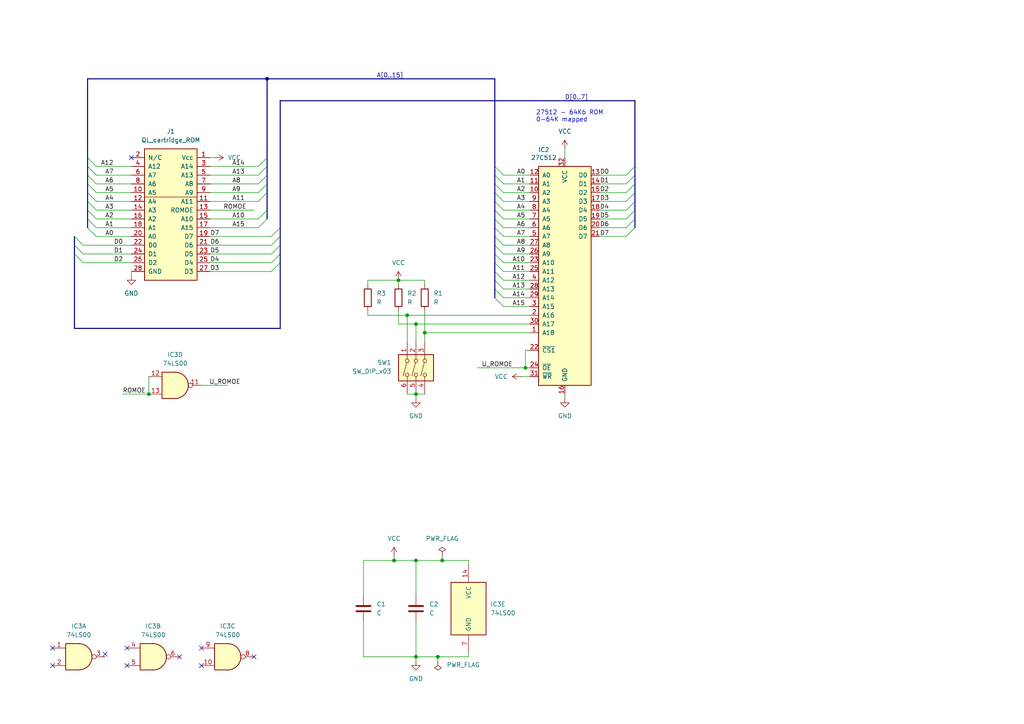
<source format=kicad_sch>
(kicad_sch (version 20231120) (generator "eeschema") (generator_version "8.0")
  (paper "A4")
  (title_block (title "8 Banks of 64kB ROM Cartridge for Sinclair QL") (date "2024-12-12") (rev "0") (company "(c) 2024 Alvaro Alea Fdz.") (comment 1 "IC2 should be 39SF040") (comment 2 "https://ohwr.org/cern_ohl_s_v2.txt") (comment 3 "CERN Open Hardware Licence Version 2 - Strongly Reciprocal") (comment 4 "Under License"))
  (lib_symbols
    (symbol "74xx:74LS00" (pin_names (offset 1.016))
      (property "Reference" "U" (at 0 1.27 0))
      (property "Value" "74LS00" (at 0 -1.27 0))
      (symbol "74LS00_1_1"
        (arc (start 0 -3.81) (mid 3.7934 0) (end 0 3.81) (stroke (width 0.254)) (fill (type background)))
        (polyline (pts (xy 0 3.81) (xy -3.81 3.81) (xy -3.81 -3.81) (xy 0 -3.81)) (stroke (width 0.254)) (fill (type background)))
        (pin input line (at -7.62 2.54 0) (length 3.81) (name "~") (number "1"))
        (pin input line (at -7.62 -2.54 0) (length 3.81) (name "~") (number "2"))
        (pin output inverted (at 7.62 0 180) (length 3.81) (name "~") (number "3"))
      )
      (symbol "74LS00_1_2"
        (arc (start -3.81 -3.81) (mid -2.589 0) (end -3.81 3.81) (stroke (width 0.254)))
        (arc (start -0.6096 -3.81) (mid 2.1855 -2.584) (end 3.81 0) (stroke (width 0.254)) (fill (type background)))
        (polyline (pts (xy -3.81 -3.81) (xy -0.635 -3.81)) (stroke (width 0.254)) (fill (type background)))
        (polyline (pts (xy -3.81 3.81) (xy -0.635 3.81)) (stroke (width 0.254)) (fill (type background)))
        (polyline (pts (xy -0.635 3.81) (xy -3.81 3.81) (xy -3.81 3.81) (xy -3.556 3.4036) (xy -3.0226 2.2606) (xy -2.6924 1.0414) (xy -2.6162 -0.254) (xy -2.7686 -1.4986) (xy -3.175 -2.7178) (xy -3.81 -3.81) (xy -3.81 -3.81) (xy -0.635 -3.81)) (stroke (width -25.4)) (fill (type background)))
        (arc (start 3.81 0) (mid 2.1928 2.5925) (end -0.6096 3.81) (stroke (width 0.254)) (fill (type background)))
        (pin input inverted (at -7.62 2.54 0) (length 4.318) (name "~") (number "1"))
        (pin input inverted (at -7.62 -2.54 0) (length 4.318) (name "~") (number "2"))
        (pin output line (at 7.62 0 180) (length 3.81) (name "~") (number "3"))
      )
      (symbol "74LS00_2_1"
        (arc (start 0 -3.81) (mid 3.7934 0) (end 0 3.81) (stroke (width 0.254)) (fill (type background)))
        (polyline (pts (xy 0 3.81) (xy -3.81 3.81) (xy -3.81 -3.81) (xy 0 -3.81)) (stroke (width 0.254)) (fill (type background)))
        (pin input line (at -7.62 2.54 0) (length 3.81) (name "~") (number "4"))
        (pin input line (at -7.62 -2.54 0) (length 3.81) (name "~") (number "5"))
        (pin output inverted (at 7.62 0 180) (length 3.81) (name "~") (number "6"))
      )
      (symbol "74LS00_2_2"
        (arc (start -3.81 -3.81) (mid -2.589 0) (end -3.81 3.81) (stroke (width 0.254)))
        (arc (start -0.6096 -3.81) (mid 2.1855 -2.584) (end 3.81 0) (stroke (width 0.254)) (fill (type background)))
        (polyline (pts (xy -3.81 -3.81) (xy -0.635 -3.81)) (stroke (width 0.254)) (fill (type background)))
        (polyline (pts (xy -3.81 3.81) (xy -0.635 3.81)) (stroke (width 0.254)) (fill (type background)))
        (polyline (pts (xy -0.635 3.81) (xy -3.81 3.81) (xy -3.81 3.81) (xy -3.556 3.4036) (xy -3.0226 2.2606) (xy -2.6924 1.0414) (xy -2.6162 -0.254) (xy -2.7686 -1.4986) (xy -3.175 -2.7178) (xy -3.81 -3.81) (xy -3.81 -3.81) (xy -0.635 -3.81)) (stroke (width -25.4)) (fill (type background)))
        (arc (start 3.81 0) (mid 2.1928 2.5925) (end -0.6096 3.81) (stroke (width 0.254)) (fill (type background)))
        (pin input inverted (at -7.62 2.54 0) (length 4.318) (name "~") (number "4"))
        (pin input inverted (at -7.62 -2.54 0) (length 4.318) (name "~") (number "5"))
        (pin output line (at 7.62 0 180) (length 3.81) (name "~") (number "6"))
      )
      (symbol "74LS00_3_1"
        (arc (start 0 -3.81) (mid 3.7934 0) (end 0 3.81) (stroke (width 0.254)) (fill (type background)))
        (polyline (pts (xy 0 3.81) (xy -3.81 3.81) (xy -3.81 -3.81) (xy 0 -3.81)) (stroke (width 0.254)) (fill (type background)))
        (pin input line (at -7.62 -2.54 0) (length 3.81) (name "~") (number "10"))
        (pin output inverted (at 7.62 0 180) (length 3.81) (name "~") (number "8"))
        (pin input line (at -7.62 2.54 0) (length 3.81) (name "~") (number "9"))
      )
      (symbol "74LS00_3_2"
        (arc (start -3.81 -3.81) (mid -2.589 0) (end -3.81 3.81) (stroke (width 0.254)))
        (arc (start -0.6096 -3.81) (mid 2.1855 -2.584) (end 3.81 0) (stroke (width 0.254)) (fill (type background)))
        (polyline (pts (xy -3.81 -3.81) (xy -0.635 -3.81)) (stroke (width 0.254)) (fill (type background)))
        (polyline (pts (xy -3.81 3.81) (xy -0.635 3.81)) (stroke (width 0.254)) (fill (type background)))
        (polyline (pts (xy -0.635 3.81) (xy -3.81 3.81) (xy -3.81 3.81) (xy -3.556 3.4036) (xy -3.0226 2.2606) (xy -2.6924 1.0414) (xy -2.6162 -0.254) (xy -2.7686 -1.4986) (xy -3.175 -2.7178) (xy -3.81 -3.81) (xy -3.81 -3.81) (xy -0.635 -3.81)) (stroke (width -25.4)) (fill (type background)))
        (arc (start 3.81 0) (mid 2.1928 2.5925) (end -0.6096 3.81) (stroke (width 0.254)) (fill (type background)))
        (pin input inverted (at -7.62 -2.54 0) (length 4.318) (name "~") (number "10"))
        (pin output line (at 7.62 0 180) (length 3.81) (name "~") (number "8"))
        (pin input inverted (at -7.62 2.54 0) (length 4.318) (name "~") (number "9"))
      )
      (symbol "74LS00_4_1"
        (arc (start 0 -3.81) (mid 3.7934 0) (end 0 3.81) (stroke (width 0.254)) (fill (type background)))
        (polyline (pts (xy 0 3.81) (xy -3.81 3.81) (xy -3.81 -3.81) (xy 0 -3.81)) (stroke (width 0.254)) (fill (type background)))
        (pin output inverted (at 7.62 0 180) (length 3.81) (name "~") (number "11"))
        (pin input line (at -7.62 2.54 0) (length 3.81) (name "~") (number "12"))
        (pin input line (at -7.62 -2.54 0) (length 3.81) (name "~") (number "13"))
      )
      (symbol "74LS00_4_2"
        (arc (start -3.81 -3.81) (mid -2.589 0) (end -3.81 3.81) (stroke (width 0.254)))
        (arc (start -0.6096 -3.81) (mid 2.1855 -2.584) (end 3.81 0) (stroke (width 0.254)) (fill (type background)))
        (polyline (pts (xy -3.81 -3.81) (xy -0.635 -3.81)) (stroke (width 0.254)) (fill (type background)))
        (polyline (pts (xy -3.81 3.81) (xy -0.635 3.81)) (stroke (width 0.254)) (fill (type background)))
        (polyline (pts (xy -0.635 3.81) (xy -3.81 3.81) (xy -3.81 3.81) (xy -3.556 3.4036) (xy -3.0226 2.2606) (xy -2.6924 1.0414) (xy -2.6162 -0.254) (xy -2.7686 -1.4986) (xy -3.175 -2.7178) (xy -3.81 -3.81) (xy -3.81 -3.81) (xy -0.635 -3.81)) (stroke (width -25.4)) (fill (type background)))
        (arc (start 3.81 0) (mid 2.1928 2.5925) (end -0.6096 3.81) (stroke (width 0.254)) (fill (type background)))
        (pin output line (at 7.62 0 180) (length 3.81) (name "~") (number "11"))
        (pin input inverted (at -7.62 2.54 0) (length 4.318) (name "~") (number "12"))
        (pin input inverted (at -7.62 -2.54 0) (length 4.318) (name "~") (number "13"))
      )
      (symbol "74LS00_5_0"
        (pin power_in line (at 0 12.7 270) (length 5.08) (name "VCC") (number "14"))
        (pin power_in line (at 0 -12.7 90) (length 5.08) (name "GND") (number "7"))
      )
      (symbol "74LS00_5_1"
        (rectangle (start -5.08 7.62) (end 5.08 -7.62) (stroke (width 0.254)) (fill (type background)))
      )
    )
    (symbol "8bits:39SF040" (pin_names (offset 1.016))
      (property "Reference" "U" (at 6.35 33.02 0))
      (property "Value" "39SF040" (at 5.08 -33.02 0))
      (symbol "39SF040_1_1"
        (rectangle (start -7.62 31.75) (end 7.62 -31.75) (stroke (width 0.254)) (fill (type background)))
        (pin input line (at -10.16 -16.51 0) (length 2.54) (name "A18") (number "1"))
        (pin input line (at -10.16 24.13 0) (length 2.54) (name "A2") (number "10"))
        (pin input line (at -10.16 26.67 0) (length 2.54) (name "A1") (number "11"))
        (pin input line (at -10.16 29.21 0) (length 2.54) (name "A0") (number "12"))
        (pin tri_state line (at 10.16 29.21 180) (length 2.54) (name "D0") (number "13"))
        (pin tri_state line (at 10.16 26.67 180) (length 2.54) (name "D1") (number "14"))
        (pin tri_state line (at 10.16 24.13 180) (length 2.54) (name "D2") (number "15"))
        (pin power_in line (at 0 -34.29 90) (length 2.54) (name "GND") (number "16"))
        (pin tri_state line (at 10.16 21.59 180) (length 2.54) (name "D3") (number "17"))
        (pin tri_state line (at 10.16 19.05 180) (length 2.54) (name "D4") (number "18"))
        (pin tri_state line (at 10.16 16.51 180) (length 2.54) (name "D5") (number "19"))
        (pin input line (at -10.16 -11.43 0) (length 2.54) (name "A16") (number "2"))
        (pin tri_state line (at 10.16 13.97 180) (length 2.54) (name "D6") (number "20"))
        (pin tri_state line (at 10.16 11.43 180) (length 2.54) (name "D7") (number "21"))
        (pin input line (at -10.16 -21.59 0) (length 2.54) (name "~{CS1}") (number "22"))
        (pin input line (at -10.16 3.81 0) (length 2.54) (name "A10") (number "23"))
        (pin input line (at -10.16 -26.67 0) (length 2.54) (name "~{OE}") (number "24"))
        (pin input line (at -10.16 1.27 0) (length 2.54) (name "A11") (number "25"))
        (pin input line (at -10.16 6.35 0) (length 2.54) (name "A9") (number "26"))
        (pin input line (at -10.16 8.89 0) (length 2.54) (name "A8") (number "27"))
        (pin input line (at -10.16 -3.81 0) (length 2.54) (name "A13") (number "28"))
        (pin input line (at -10.16 -6.35 0) (length 2.54) (name "A14") (number "29"))
        (pin input line (at -10.16 -8.89 0) (length 2.54) (name "A15") (number "3"))
        (pin input line (at -10.16 -13.97 0) (length 2.54) (name "A17") (number "30"))
        (pin input line (at -10.16 -29.21 0) (length 2.54) (name "~{WR}") (number "31"))
        (pin power_in line (at 0 34.29 270) (length 2.54) (name "VCC") (number "32"))
        (pin input line (at -10.16 -1.27 0) (length 2.54) (name "A12") (number "4"))
        (pin input line (at -10.16 11.43 0) (length 2.54) (name "A7") (number "5"))
        (pin input line (at -10.16 13.97 0) (length 2.54) (name "A6") (number "6"))
        (pin input line (at -10.16 16.51 0) (length 2.54) (name "A5") (number "7"))
        (pin input line (at -10.16 19.05 0) (length 2.54) (name "A4") (number "8"))
        (pin input line (at -10.16 21.59 0) (length 2.54) (name "A3") (number "9"))
      )
    )
    (symbol "8bits:QL_cartridge_ROM" (pin_names (offset 1.016))
      (property "Reference" "J1" (at 1.27 27.94 0))
      (property "Value" "QL_cartridge_ROM" (at 1.27 25.4 0))
      (symbol "QL_cartridge_ROM_0_1"
        (polyline (pts (xy -6.35 8.89) (xy 8.89 8.89)))
      )
      (symbol "QL_cartridge_ROM_1_1"
        (rectangle (start -6.35 22.86) (end 8.89 -15.24) (stroke (width 0.254)) (fill (type background)))
        (pin passive line (at 12.7 20.32 180) (length 3.81) (name "Vcc") (number "1"))
        (pin passive line (at -10.16 10.16 0) (length 3.81) (name "A5") (number "10"))
        (pin passive line (at 12.7 7.62 180) (length 3.81) (name "A11") (number "11"))
        (pin passive line (at -10.16 7.62 0) (length 3.81) (name "A4") (number "12"))
        (pin passive line (at 12.7 5.08 180) (length 3.81) (name "ROMOE") (number "13"))
        (pin passive line (at -10.16 5.08 0) (length 3.81) (name "A3") (number "14"))
        (pin passive line (at 12.7 2.54 180) (length 3.81) (name "A10") (number "15"))
        (pin passive line (at -10.16 2.54 0) (length 3.81) (name "A2") (number "16"))
        (pin passive line (at 12.7 0 180) (length 3.81) (name "A15") (number "17"))
        (pin passive line (at -10.16 0 0) (length 3.81) (name "A1") (number "18"))
        (pin passive line (at 12.7 -2.54 180) (length 3.81) (name "D7") (number "19"))
        (pin passive line (at -10.16 20.32 0) (length 3.81) (name "N/C") (number "2"))
        (pin passive line (at -10.16 -2.54 0) (length 3.81) (name "A0") (number "20"))
        (pin passive line (at 12.7 -5.08 180) (length 3.81) (name "D6") (number "21"))
        (pin passive line (at -10.16 -5.08 0) (length 3.81) (name "D0") (number "22"))
        (pin passive line (at 12.7 -7.62 180) (length 3.81) (name "D5") (number "23"))
        (pin passive line (at -10.16 -7.62 0) (length 3.81) (name "D1") (number "24"))
        (pin passive line (at 12.7 -10.16 180) (length 3.81) (name "D4") (number "25"))
        (pin passive line (at -10.16 -10.16 0) (length 3.81) (name "D2") (number "26"))
        (pin passive line (at 12.7 -12.7 180) (length 3.81) (name "D3") (number "27"))
        (pin passive line (at -10.16 -12.7 0) (length 3.81) (name "GND") (number "28"))
        (pin passive line (at 12.7 17.78 180) (length 3.81) (name "A14") (number "3"))
        (pin passive line (at -10.16 17.78 0) (length 3.81) (name "A12") (number "4"))
        (pin passive line (at 12.7 15.24 180) (length 3.81) (name "A13") (number "5"))
        (pin passive line (at -10.16 15.24 0) (length 3.81) (name "A7") (number "6"))
        (pin passive line (at 12.7 12.7 180) (length 3.81) (name "A8") (number "7"))
        (pin passive line (at -10.16 12.7 0) (length 3.81) (name "A6") (number "8"))
        (pin passive line (at 12.7 10.16 180) (length 3.81) (name "A9") (number "9"))
      )
    )
    (symbol "Device:C" (pin_numbers hide) (pin_names (offset 0.254))
      (property "Reference" "C" (at 0.635 2.54 0))
      (property "Value" "C" (at 0.635 -2.54 0))
      (symbol "C_0_1"
        (polyline (pts (xy -2.032 -0.762) (xy 2.032 -0.762)) (stroke (width 0.508)))
        (polyline (pts (xy -2.032 0.762) (xy 2.032 0.762)) (stroke (width 0.508)))
      )
      (symbol "C_1_1"
        (pin passive line (at 0 3.81 270) (length 2.794) (name "~") (number "1"))
        (pin passive line (at 0 -3.81 90) (length 2.794) (name "~") (number "2"))
      )
    )
    (symbol "Device:R" (pin_numbers hide) (pin_names (offset 0))
      (property "Reference" "R" (at 2.032 0 90))
      (property "Value" "R" (at 0 0 90))
      (symbol "R_0_1"
        (rectangle (start -1.016 -2.54) (end 1.016 2.54) (stroke (width 0.254)))
      )
      (symbol "R_1_1"
        (pin passive line (at 0 3.81 270) (length 1.27) (name "~") (number "1"))
        (pin passive line (at 0 -3.81 90) (length 1.27) (name "~") (number "2"))
      )
    )
    (symbol "Switch:SW_DIP_x03" (pin_names (offset 0) hide)
      (property "Reference" "SW" (at 0 6.35 0))
      (property "Value" "SW_DIP_x03" (at 0 -6.35 0))
      (symbol "SW_DIP_x03_0_0"
        (circle (center -2.032 -2.54) (radius 0.508))
        (circle (center -2.032 0) (radius 0.508))
        (circle (center -2.032 2.54) (radius 0.508))
        (polyline (pts (xy -1.524 -2.413) (xy 2.3622 -1.3716)))
        (polyline (pts (xy -1.524 0.127) (xy 2.3622 1.1684)))
        (polyline (pts (xy -1.524 2.667) (xy 2.3622 3.7084)))
        (circle (center 2.032 -2.54) (radius 0.508))
        (circle (center 2.032 0) (radius 0.508))
        (circle (center 2.032 2.54) (radius 0.508))
      )
      (symbol "SW_DIP_x03_0_1"
        (rectangle (start -3.81 5.08) (end 3.81 -5.08) (stroke (width 0.254)) (fill (type background)))
      )
      (symbol "SW_DIP_x03_1_1"
        (pin passive line (at -7.62 2.54 0) (length 5.08) (name "~") (number "1"))
        (pin passive line (at -7.62 0 0) (length 5.08) (name "~") (number "2"))
        (pin passive line (at -7.62 -2.54 0) (length 5.08) (name "~") (number "3"))
        (pin passive line (at 7.62 -2.54 180) (length 5.08) (name "~") (number "4"))
        (pin passive line (at 7.62 0 180) (length 5.08) (name "~") (number "5"))
        (pin passive line (at 7.62 2.54 180) (length 5.08) (name "~") (number "6"))
      )
    )
    (symbol "power:GND" (power) (pin_names (offset 0))
      (property "Value" "GND" (at 0 -3.81 0))
      (symbol "GND_0_1"
        (polyline (pts (xy 0 0) (xy 0 -1.27) (xy 1.27 -1.27) (xy 0 -2.54) (xy -1.27 -1.27) (xy 0 -1.27)))
      )
      (symbol "GND_1_1"
        (pin power_in line (at 0 0 270) (length 0) hide (name "GND") (number "1"))
      )
    )
    (symbol "power:PWR_FLAG" (power) (pin_numbers hide) (pin_names (offset 0) hide)
      (property "Value" "PWR_FLAG" (at 0 3.81 0))
      (symbol "PWR_FLAG_0_0"
        (pin power_out line (at 0 0 90) (length 0) (name "pwr") (number "1"))
      )
      (symbol "PWR_FLAG_0_1"
        (polyline (pts (xy 0 0) (xy 0 1.27) (xy -1.016 1.905) (xy 0 2.54) (xy 1.016 1.905) (xy 0 1.27)))
      )
    )
    (symbol "power:VCC" (power) (pin_names (offset 0))
      (property "Value" "VCC" (at 0 3.81 0))
      (symbol "VCC_0_1"
        (polyline (pts (xy -0.762 1.27) (xy 0 2.54)))
        (polyline (pts (xy 0 0) (xy 0 2.54)))
        (polyline (pts (xy 0 2.54) (xy 0.762 1.27)))
      )
      (symbol "VCC_1_1"
        (pin power_in line (at 0 0 90) (length 0) hide (name "VCC") (number "1"))
      )
    )
  )
  (junction (at 120.65 93.98))
  (junction (at 114.3 162.56))
  (junction (at 128.27 162.56))
  (junction (at 152.4 106.68))
  (junction (at 118.11 91.44))
  (junction (at 127 190.5))
  (junction (at 115.57 81.28))
  (junction (at 43.18 114.3))
  (junction (at 120.65 190.5))
  (junction (at 120.65 162.56))
  (junction (at 123.19 96.52))
  (junction (at 120.65 114.3))
  (junction (at 77.47 22.86))
  (no_connect (at 15.24 187.96))
  (no_connect (at 30.48 189.738))
  (no_connect (at 36.83 193.04))
  (no_connect (at 15.24 193.04))
  (no_connect (at 36.83 187.96))
  (no_connect (at 73.66 190.5))
  (no_connect (at 58.42 193.04))
  (no_connect (at 52.07 190.5))
  (no_connect (at 38.1 45.72))
  (no_connect (at 58.42 187.96))
  (bus_entry (at 143.51 71.12) (size 2.54 2.54))
  (bus_entry (at 184.15 66.04) (size -2.54 2.54))
  (bus_entry (at 25.4 53.34) (size 2.54 2.54))
  (bus_entry (at 81.28 66.04) (size -2.54 2.54))
  (bus_entry (at 143.51 53.34) (size 2.54 2.54))
  (bus_entry (at 25.4 60.96) (size 2.54 2.54))
  (bus_entry (at 77.47 60.96) (size -2.54 2.54))
  (bus_entry (at 25.4 45.72) (size 2.54 2.54))
  (bus_entry (at 77.47 48.26) (size -2.54 2.54))
  (bus_entry (at 77.47 55.88) (size -2.54 2.54))
  (bus_entry (at 184.15 55.88) (size -2.54 2.54))
  (bus_entry (at 143.51 63.5) (size 2.54 2.54))
  (bus_entry (at 143.51 83.82) (size 2.54 2.54))
  (bus_entry (at 25.4 48.26) (size 2.54 2.54))
  (bus_entry (at 143.51 55.88) (size 2.54 2.54))
  (bus_entry (at 81.28 68.58) (size -2.54 2.54))
  (bus_entry (at 21.59 68.58) (size 2.54 2.54))
  (bus_entry (at 184.15 50.8) (size -2.54 2.54))
  (bus_entry (at 21.59 73.66) (size 2.54 2.54))
  (bus_entry (at 25.4 63.5) (size 2.54 2.54))
  (bus_entry (at 25.4 58.42) (size 2.54 2.54))
  (bus_entry (at 143.51 76.2) (size 2.54 2.54))
  (bus_entry (at 143.51 68.58) (size 2.54 2.54))
  (bus_entry (at 184.15 58.42) (size -2.54 2.54))
  (bus_entry (at 184.15 48.26) (size -2.54 2.54))
  (bus_entry (at 77.47 53.34) (size -2.54 2.54))
  (bus_entry (at 143.51 81.28) (size 2.54 2.54))
  (bus_entry (at 143.51 73.66) (size 2.54 2.54))
  (bus_entry (at 77.47 63.5) (size -2.54 2.54))
  (bus_entry (at 143.51 86.36) (size 2.54 2.54))
  (bus_entry (at 184.15 60.96) (size -2.54 2.54))
  (bus_entry (at 21.59 71.12) (size 2.54 2.54))
  (bus_entry (at 77.47 50.8) (size -2.54 2.54))
  (bus_entry (at 143.51 66.04) (size 2.54 2.54))
  (bus_entry (at 81.28 73.66) (size -2.54 2.54))
  (bus_entry (at 81.28 76.2) (size -2.54 2.54))
  (bus_entry (at 25.4 55.88) (size 2.54 2.54))
  (bus_entry (at 25.4 50.8) (size 2.54 2.54))
  (bus_entry (at 184.15 63.5) (size -2.54 2.54))
  (bus_entry (at 143.51 60.96) (size 2.54 2.54))
  (bus_entry (at 184.15 53.34) (size -2.54 2.54))
  (bus_entry (at 25.4 66.04) (size 2.54 2.54))
  (bus_entry (at 81.28 71.12) (size -2.54 2.54))
  (bus_entry (at 143.51 58.42) (size 2.54 2.54))
  (bus_entry (at 143.51 48.26) (size 2.54 2.54))
  (bus_entry (at 143.51 78.74) (size 2.54 2.54))
  (bus_entry (at 143.51 50.8) (size 2.54 2.54))
  (bus_entry (at 77.47 45.72) (size -2.54 2.54))
  (wire (pts (xy 123.19 96.52) (xy 123.19 99.06)))
  (wire (pts (xy 173.99 63.5) (xy 181.61 63.5)))
  (wire (pts (xy 146.05 88.9) (xy 153.67 88.9)))
  (bus (pts (xy 143.51 55.88) (xy 143.51 58.42)))
  (bus (pts (xy 143.51 66.04) (xy 143.51 68.58)))
  (wire (pts (xy 120.65 93.98) (xy 120.65 99.06)))
  (wire (pts (xy 153.67 91.44) (xy 118.11 91.44)))
  (wire (pts (xy 146.05 73.66) (xy 153.67 73.66)))
  (wire (pts (xy 24.13 73.66) (xy 38.1 73.66)))
  (wire (pts (xy 146.05 81.28) (xy 153.67 81.28)))
  (wire (pts (xy 153.67 101.6) (xy 152.4 101.6)))
  (bus (pts (xy 21.59 71.12) (xy 21.59 73.66)))
  (bus (pts (xy 184.15 58.42) (xy 184.15 60.96)))
  (bus (pts (xy 81.28 76.2) (xy 81.28 95.25)))
  (bus (pts (xy 143.51 81.28) (xy 143.51 83.82)))
  (wire (pts (xy 146.05 83.82) (xy 153.67 83.82)))
  (wire (pts (xy 60.96 45.72) (xy 62.23 45.72)))
  (wire (pts (xy 120.65 190.5) (xy 120.65 191.77)))
  (wire (pts (xy 105.41 162.56) (xy 105.41 172.72)))
  (wire (pts (xy 114.3 162.56) (xy 105.41 162.56)))
  (wire (pts (xy 114.3 162.56) (xy 120.65 162.56)))
  (wire (pts (xy 135.89 162.56) (xy 128.27 162.56)))
  (wire (pts (xy 135.89 163.83) (xy 135.89 162.56)))
  (wire (pts (xy 60.96 66.04) (xy 74.93 66.04)))
  (bus (pts (xy 25.4 50.8) (xy 25.4 53.34)))
  (wire (pts (xy 146.05 50.8) (xy 153.67 50.8)))
  (bus (pts (xy 77.47 22.86) (xy 77.47 45.72)))
  (bus (pts (xy 184.15 50.8) (xy 184.15 53.34)))
  (wire (pts (xy 151.13 109.22) (xy 153.67 109.22)))
  (bus (pts (xy 81.28 71.12) (xy 81.28 73.66)))
  (bus (pts (xy 143.51 58.42) (xy 143.51 60.96)))
  (wire (pts (xy 60.96 76.2) (xy 78.74 76.2)))
  (wire (pts (xy 106.68 91.44) (xy 106.68 90.17)))
  (wire (pts (xy 146.05 55.88) (xy 153.67 55.88)))
  (bus (pts (xy 143.51 60.96) (xy 143.51 63.5)))
  (wire (pts (xy 27.94 55.88) (xy 38.1 55.88)))
  (wire (pts (xy 120.65 114.3) (xy 120.65 115.57)))
  (wire (pts (xy 35.56 114.3) (xy 43.18 114.3)))
  (bus (pts (xy 77.47 55.88) (xy 77.47 60.96)))
  (wire (pts (xy 105.41 190.5) (xy 105.41 180.34)))
  (wire (pts (xy 105.41 190.5) (xy 120.65 190.5)))
  (wire (pts (xy 127 190.5) (xy 120.65 190.5)))
  (wire (pts (xy 135.89 189.23) (xy 135.89 190.5)))
  (wire (pts (xy 135.89 190.5) (xy 127 190.5)))
  (bus (pts (xy 25.4 58.42) (xy 25.4 60.96)))
  (wire (pts (xy 173.99 60.96) (xy 181.61 60.96)))
  (bus (pts (xy 143.51 63.5) (xy 143.51 66.04)))
  (wire (pts (xy 146.05 71.12) (xy 153.67 71.12)))
  (bus (pts (xy 25.4 55.88) (xy 25.4 58.42)))
  (wire (pts (xy 115.57 81.28) (xy 123.19 81.28)))
  (bus (pts (xy 184.15 55.88) (xy 184.15 58.42)))
  (bus (pts (xy 81.28 73.66) (xy 81.28 76.2)))
  (wire (pts (xy 163.83 114.3) (xy 163.83 115.57)))
  (wire (pts (xy 128.27 161.29) (xy 128.27 162.56)))
  (bus (pts (xy 25.4 45.72) (xy 25.4 48.26)))
  (wire (pts (xy 146.05 58.42) (xy 153.67 58.42)))
  (bus (pts (xy 143.51 53.34) (xy 143.51 55.88)))
  (wire (pts (xy 152.4 101.6) (xy 152.4 106.68)))
  (wire (pts (xy 27.94 53.34) (xy 38.1 53.34)))
  (wire (pts (xy 58.42 111.76) (xy 66.04 111.76)))
  (wire (pts (xy 24.13 76.2) (xy 38.1 76.2)))
  (wire (pts (xy 120.65 162.56) (xy 128.27 162.56)))
  (bus (pts (xy 81.28 66.04) (xy 81.28 68.58)))
  (bus (pts (xy 184.15 63.5) (xy 184.15 66.04)))
  (wire (pts (xy 106.68 81.28) (xy 106.68 82.55)))
  (wire (pts (xy 120.65 114.3) (xy 123.19 114.3)))
  (wire (pts (xy 146.05 76.2) (xy 153.67 76.2)))
  (wire (pts (xy 27.94 68.58) (xy 38.1 68.58)))
  (wire (pts (xy 118.11 91.44) (xy 118.11 99.06)))
  (wire (pts (xy 27.94 66.04) (xy 38.1 66.04)))
  (wire (pts (xy 146.05 68.58) (xy 153.67 68.58)))
  (wire (pts (xy 60.96 58.42) (xy 74.93 58.42)))
  (wire (pts (xy 173.99 55.88) (xy 181.61 55.88)))
  (bus (pts (xy 81.28 29.21) (xy 184.15 29.21)))
  (bus (pts (xy 184.15 29.21) (xy 184.15 48.26)))
  (wire (pts (xy 146.05 86.36) (xy 153.67 86.36)))
  (wire (pts (xy 146.05 78.74) (xy 153.67 78.74)))
  (wire (pts (xy 115.57 81.28) (xy 115.57 82.55)))
  (wire (pts (xy 60.96 71.12) (xy 78.74 71.12)))
  (bus (pts (xy 25.4 22.86) (xy 25.4 45.72)))
  (bus (pts (xy 77.47 22.86) (xy 25.4 22.86)))
  (bus (pts (xy 77.47 22.86) (xy 143.51 22.86)))
  (wire (pts (xy 138.43 106.68) (xy 152.4 106.68)))
  (bus (pts (xy 25.4 53.34) (xy 25.4 55.88)))
  (wire (pts (xy 163.83 43.18) (xy 163.83 45.72)))
  (bus (pts (xy 143.51 73.66) (xy 143.51 76.2)))
  (bus (pts (xy 184.15 48.26) (xy 184.15 50.8)))
  (bus (pts (xy 143.51 78.74) (xy 143.51 81.28)))
  (wire (pts (xy 27.94 60.96) (xy 38.1 60.96)))
  (wire (pts (xy 43.18 109.22) (xy 43.18 114.3)))
  (wire (pts (xy 27.94 50.8) (xy 38.1 50.8)))
  (bus (pts (xy 184.15 53.34) (xy 184.15 55.88)))
  (bus (pts (xy 77.47 60.96) (xy 77.47 63.5)))
  (bus (pts (xy 25.4 60.96) (xy 25.4 63.5)))
  (bus (pts (xy 143.51 68.58) (xy 143.51 71.12)))
  (wire (pts (xy 60.96 68.58) (xy 78.74 68.58)))
  (bus (pts (xy 77.47 48.26) (xy 77.47 50.8)))
  (wire (pts (xy 60.96 78.74) (xy 78.74 78.74)))
  (bus (pts (xy 143.51 83.82) (xy 143.51 86.36)))
  (wire (pts (xy 146.05 53.34) (xy 153.67 53.34)))
  (wire (pts (xy 146.05 60.96) (xy 153.67 60.96)))
  (wire (pts (xy 114.3 161.29) (xy 114.3 162.56)))
  (wire (pts (xy 173.99 53.34) (xy 181.61 53.34)))
  (wire (pts (xy 115.57 93.98) (xy 115.57 90.17)))
  (wire (pts (xy 127 190.5) (xy 127 191.77)))
  (bus (pts (xy 143.51 50.8) (xy 143.51 53.34)))
  (wire (pts (xy 60.96 63.5) (xy 74.93 63.5)))
  (bus (pts (xy 143.51 71.12) (xy 143.51 73.66)))
  (bus (pts (xy 143.51 22.86) (xy 143.51 48.26)))
  (wire (pts (xy 120.65 93.98) (xy 115.57 93.98)))
  (bus (pts (xy 77.47 45.72) (xy 77.47 48.26)))
  (wire (pts (xy 24.13 71.12) (xy 38.1 71.12)))
  (bus (pts (xy 143.51 48.26) (xy 143.51 50.8)))
  (wire (pts (xy 38.1 78.74) (xy 38.1 80.01)))
  (wire (pts (xy 118.11 91.44) (xy 106.68 91.44)))
  (wire (pts (xy 118.11 114.3) (xy 120.65 114.3)))
  (bus (pts (xy 25.4 63.5) (xy 25.4 66.04)))
  (bus (pts (xy 143.51 76.2) (xy 143.51 78.74)))
  (bus (pts (xy 21.59 68.58) (xy 21.59 71.12)))
  (bus (pts (xy 81.28 29.21) (xy 81.28 66.04)))
  (bus (pts (xy 81.28 95.25) (xy 21.59 95.25)))
  (wire (pts (xy 173.99 58.42) (xy 181.61 58.42)))
  (wire (pts (xy 60.96 73.66) (xy 78.74 73.66)))
  (wire (pts (xy 123.19 96.52) (xy 123.19 90.17)))
  (wire (pts (xy 123.19 81.28) (xy 123.19 82.55)))
  (wire (pts (xy 152.4 106.68) (xy 153.67 106.68)))
  (wire (pts (xy 173.99 50.8) (xy 181.61 50.8)))
  (wire (pts (xy 60.96 50.8) (xy 74.93 50.8)))
  (bus (pts (xy 77.47 53.34) (xy 77.47 55.88)))
  (wire (pts (xy 153.67 93.98) (xy 120.65 93.98)))
  (wire (pts (xy 27.94 48.26) (xy 38.1 48.26)))
  (wire (pts (xy 146.05 63.5) (xy 153.67 63.5)))
  (bus (pts (xy 21.59 73.66) (xy 21.59 95.25)))
  (wire (pts (xy 120.65 180.34) (xy 120.65 190.5)))
  (wire (pts (xy 120.65 162.56) (xy 120.65 172.72)))
  (wire (pts (xy 106.68 81.28) (xy 115.57 81.28)))
  (wire (pts (xy 27.94 63.5) (xy 38.1 63.5)))
  (wire (pts (xy 60.96 60.96) (xy 73.66 60.96)))
  (bus (pts (xy 77.47 50.8) (xy 77.47 53.34)))
  (wire (pts (xy 146.05 66.04) (xy 153.67 66.04)))
  (bus (pts (xy 25.4 48.26) (xy 25.4 50.8)))
  (wire (pts (xy 60.96 55.88) (xy 74.93 55.88)))
  (wire (pts (xy 173.99 66.04) (xy 181.61 66.04)))
  (bus (pts (xy 184.15 60.96) (xy 184.15 63.5)))
  (wire (pts (xy 153.67 96.52) (xy 123.19 96.52)))
  (bus (pts (xy 81.28 68.58) (xy 81.28 71.12)))
  (wire (pts (xy 27.94 58.42) (xy 38.1 58.42)))
  (wire (pts (xy 173.99 68.58) (xy 181.61 68.58)))
  (wire (pts (xy 60.96 53.34) (xy 74.93 53.34)))
  (wire (pts (xy 60.96 48.26) (xy 74.93 48.26)))
  (text "27512 - 64Kb ROM\n0-64K mapped" (at 155.448 35.56 0) (effects (font (size 1.27 1.27)) (justify left bottom)))
  (label "D3" (at 60.96 78.74 0))
  (label "A10" (at 148.59 76.2 0))
  (label "A13" (at 148.59 83.82 0))
  (label "A[0..15]" (at 109.22 22.86 0))
  (label "A11" (at 148.59 78.74 0))
  (label "A2" (at 30.48 63.5 0))
  (label "A9" (at 149.86 73.66 0))
  (label "D1" (at 33.02 73.66 0))
  (label "A4" (at 30.48 58.42 0))
  (label "A4" (at 149.86 60.96 0))
  (label "D5" (at 60.96 73.66 0))
  (label "D7" (at 60.96 68.58 0))
  (label "A7" (at 30.48 50.8 0))
  (label "A13" (at 67.31 50.8 0))
  (label "D[0..7]" (at 163.83 29.21 0))
  (label "A5" (at 30.48 55.88 0))
  (label "A6" (at 149.86 66.04 0))
  (label "A3" (at 30.48 60.96 0))
  (label "A8" (at 149.86 71.12 0))
  (label "A12" (at 29.21 48.26 0))
  (label "D2" (at 173.99 55.88 0))
  (label "A11" (at 67.31 58.42 0))
  (label "D0" (at 173.99 50.8 0))
  (label "D2" (at 33.02 76.2 0))
  (label "D1" (at 173.99 53.34 0))
  (label "A3" (at 149.86 58.42 0))
  (label "D3" (at 173.99 58.42 0))
  (label "D4" (at 173.99 60.96 0))
  (label "ROMOE" (at 35.56 114.3 0))
  (label "A6" (at 30.48 53.34 0))
  (label "A9" (at 67.31 55.88 0))
  (label "A2" (at 149.86 55.88 0))
  (label "D7" (at 173.99 68.58 0))
  (label "U_ROMOE" (at 139.7 106.68 0))
  (label "A15" (at 67.31 66.04 0))
  (label "A1" (at 30.48 66.04 0))
  (label "A10" (at 67.31 63.5 0))
  (label "U_ROMOE" (at 60.706 111.76 0))
  (label "A14" (at 148.59 86.36 0))
  (label "D6" (at 60.96 71.12 0))
  (label "ROMOE" (at 64.77 60.96 0))
  (label "A0" (at 30.48 68.58 0))
  (label "A15" (at 148.59 88.9 0))
  (label "A12" (at 148.59 81.28 0))
  (label "A0" (at 149.86 50.8 0))
  (label "A5" (at 149.86 63.5 0))
  (label "D6" (at 173.99 66.04 0))
  (label "D4" (at 60.96 76.2 0))
  (label "A7" (at 149.86 68.58 0))
  (label "A14" (at 67.31 48.26 0))
  (label "A8" (at 67.31 53.34 0))
  (label "D0" (at 33.02 71.12 0))
  (label "A1" (at 149.86 53.34 0))
  (label "D5" (at 173.99 63.5 0))
  (symbol (lib_id "power:GND") (at 120.65 191.77 0) (unit 1)
    (property "Reference" "#PWR06" (effects (hide yes)))
    (property "Value" "GND" (at 120.65 196.85 0))
  )
  (symbol (lib_id "Device:R") (at 106.68 86.36 0) (unit 1)
    (property "Reference" "R3" (at 109.22 85.0899 0) (effects (justify left)))
    (property "Value" "R" (at 109.22 87.6299 0) (effects (justify left)))
    (property "Footprint" "Resistor_THT:R_Axial_DIN0204_L3.6mm_D1.6mm_P5.08mm_Horizontal" (effects (hide yes)))
    (property "Description" "Resistor" (effects (hide yes)))
  )
  (symbol (lib_id "power:PWR_FLAG") (at 127 191.77 180) (unit 1)
    (property "Reference" "#FLG01" (effects (hide yes)))
    (property "Value" "PWR_FLAG" (at 129.54 192.8494 0) (effects (justify right)))
  )
  (symbol (lib_id "power:GND") (at 38.1 80.01 0) (unit 1)
    (property "Reference" "#PWR01" (effects (hide yes)))
    (property "Value" "GND" (at 38.1 85.09 0))
  )
  (symbol (lib_id "power:VCC") (at 151.13 109.22 90) (unit 1)
    (property "Reference" "#PWR03" (effects (hide yes)))
    (property "Value" "VCC" (at 147.32 109.2199 90) (effects (justify left)))
  )
  (symbol (lib_id "8bits:QL_cartridge_ROM") (at 48.26 66.04 0) (unit 1)
    (property "Reference" "J1" (at 49.53 38.1 0))
    (property "Value" "QL_cartridge_ROM" (at 49.53 40.64 0))
    (property "Footprint" "8bits:CART_QL_EDGE" (effects (hide yes)))
  )
  (symbol (lib_id "74xx:74LS00") (at 66.04 190.5 0) (unit 3)
    (property "Reference" "IC3" (at 66.04 181.61 0))
    (property "Value" "74LS00" (at 66.04 184.15 0))
    (property "Footprint" "Package_DIP:DIP-14_W7.62mm" (effects (hide yes)))
    (property "Datasheet" "http://www.ti.com/lit/gpn/sn74ls00" (effects (hide yes)))
  )
  (symbol (lib_id "74xx:74LS00") (at 44.45 190.5 0) (unit 2)
    (property "Reference" "IC3" (at 44.45 181.61 0))
    (property "Value" "74LS00" (at 44.45 184.15 0))
    (property "Footprint" "Package_DIP:DIP-14_W7.62mm" (effects (hide yes)))
    (property "Datasheet" "http://www.ti.com/lit/gpn/sn74ls00" (effects (hide yes)))
  )
  (symbol (lib_id "74xx:74LS00") (at 50.8 111.76 0) (unit 4)
    (property "Reference" "IC3" (at 50.8 102.87 0))
    (property "Value" "74LS00" (at 50.8 105.41 0))
    (property "Footprint" "Package_DIP:DIP-14_W7.62mm" (effects (hide yes)))
    (property "Datasheet" "http://www.ti.com/lit/gpn/sn74ls00" (effects (hide yes)))
  )
  (symbol (lib_id "power:PWR_FLAG") (at 128.27 161.29 0) (unit 1)
    (property "Reference" "#FLG02" (effects (hide yes)))
    (property "Value" "PWR_FLAG" (at 128.27 156.21 0))
  )
  (symbol (lib_id "power:VCC") (at 115.57 81.28 0) (unit 1)
    (property "Reference" "#PWR09" (effects (hide yes)))
    (property "Value" "VCC" (at 115.57 76.2 0))
  )
  (symbol (lib_id "power:VCC") (at 163.83 43.18 0) (unit 1)
    (property "Reference" "#PWR07" (effects (hide yes)))
    (property "Value" "VCC" (at 163.83 38.1 0))
  )
  (symbol (lib_id "Device:R") (at 123.19 86.36 0) (unit 1)
    (property "Reference" "R1" (at 125.73 85.0899 0) (effects (justify left)))
    (property "Value" "R" (at 125.73 87.6299 0) (effects (justify left)))
    (property "Footprint" "Resistor_THT:R_Axial_DIN0204_L3.6mm_D1.6mm_P5.08mm_Horizontal" (effects (hide yes)))
    (property "Description" "Resistor" (effects (hide yes)))
  )
  (symbol (lib_id "Device:C") (at 120.65 176.53 0) (unit 1)
    (property "Reference" "C2" (at 124.46 175.2599 0) (effects (justify left)))
    (property "Value" "C" (at 124.46 177.7999 0) (effects (justify left)))
    (property "Footprint" "Capacitor_THT:C_Disc_D4.3mm_W1.9mm_P5.00mm" (effects (hide yes)))
  )
  (symbol (lib_id "power:VCC") (at 62.23 45.72 270) (unit 1)
    (property "Reference" "#PWR02" (effects (hide yes)))
    (property "Value" "VCC" (at 66.04 45.7199 90) (effects (justify left)))
  )
  (symbol (lib_id "74xx:74LS00") (at 22.86 190.5 0) (unit 1)
    (property "Reference" "IC3" (at 22.86 181.61 0))
    (property "Value" "74LS00" (at 22.86 184.15 0))
    (property "Footprint" "Package_DIP:DIP-14_W7.62mm" (effects (hide yes)))
    (property "Datasheet" "http://www.ti.com/lit/gpn/sn74ls00" (effects (hide yes)))
  )
  (symbol (lib_id "Switch:SW_DIP_x03") (at 120.65 106.68 90) (mirror x) (unit 1)
    (property "Reference" "SW1" (at 113.538 105.156 90) (effects (justify left)))
    (property "Value" "SW_DIP_x03" (at 113.538 107.696 90) (effects (justify left)))
    (property "Footprint" "Button_Switch_THT:SW_DIP_SPSTx03_Slide_9.78x9.8mm_W7.62mm_P2.54mm" (effects (hide yes)))
    (property "Description" "3x DIP Switch, Single Pole Single Throw (SPST) switch, small symbol" (effects (hide yes)))
  )
  (symbol (lib_id "power:GND") (at 120.65 115.57 0) (unit 1)
    (property "Reference" "#PWR011" (effects (hide yes)))
    (property "Value" "GND" (at 120.65 120.65 0))
  )
  (symbol (lib_id "74xx:74LS00") (at 135.89 176.53 0) (unit 5)
    (property "Reference" "IC3" (at 142.24 175.2599 0) (effects (justify left)))
    (property "Value" "74LS00" (at 142.24 177.7999 0) (effects (justify left)))
    (property "Footprint" "Package_DIP:DIP-14_W7.62mm" (effects (hide yes)))
    (property "Datasheet" "http://www.ti.com/lit/gpn/sn74ls00" (effects (hide yes)))
  )
  (symbol (lib_id "power:VCC") (at 114.3 161.29 0) (unit 1)
    (property "Reference" "#PWR05" (effects (hide yes)))
    (property "Value" "VCC" (at 114.3 156.21 0))
  )
  (symbol (lib_id "8bits:39SF040") (at 163.83 80.01 0) (unit 1)
    (property "Reference" "IC2" (at 157.734 43.434 0))
    (property "Value" "27C512" (at 157.734 45.72 0))
    (property "Footprint" "Package_DIP:DIP-32_W15.24mm_LongPads" (effects (hide yes)))
    (property "Datasheet" "http://ww1.microchip.com/downloads/en/DeviceDoc/doc0015.pdf" (effects (hide yes)))
    (property "Description" "64K ×  8 ELECTRICALLY ERASABLE EPROM" (effects (hide yes)))
  )
  (symbol (lib_id "power:GND") (at 163.83 115.57 0) (unit 1)
    (property "Reference" "#PWR08" (effects (hide yes)))
    (property "Value" "GND" (at 163.83 120.65 0))
  )
  (symbol (lib_id "Device:R") (at 115.57 86.36 0) (unit 1)
    (property "Reference" "R2" (at 118.11 85.0899 0) (effects (justify left)))
    (property "Value" "R" (at 118.11 87.6299 0) (effects (justify left)))
    (property "Footprint" "Resistor_THT:R_Axial_DIN0204_L3.6mm_D1.6mm_P5.08mm_Horizontal" (effects (hide yes)))
    (property "Description" "Resistor" (effects (hide yes)))
  )
  (symbol (lib_id "Device:C") (at 105.41 176.53 0) (unit 1)
    (property "Reference" "C1" (at 109.22 175.2599 0) (effects (justify left)))
    (property "Value" "C" (at 109.22 177.7999 0) (effects (justify left)))
    (property "Footprint" "Capacitor_THT:C_Disc_D4.3mm_W1.9mm_P5.00mm" (effects (hide yes)))
  )
)
</source>
